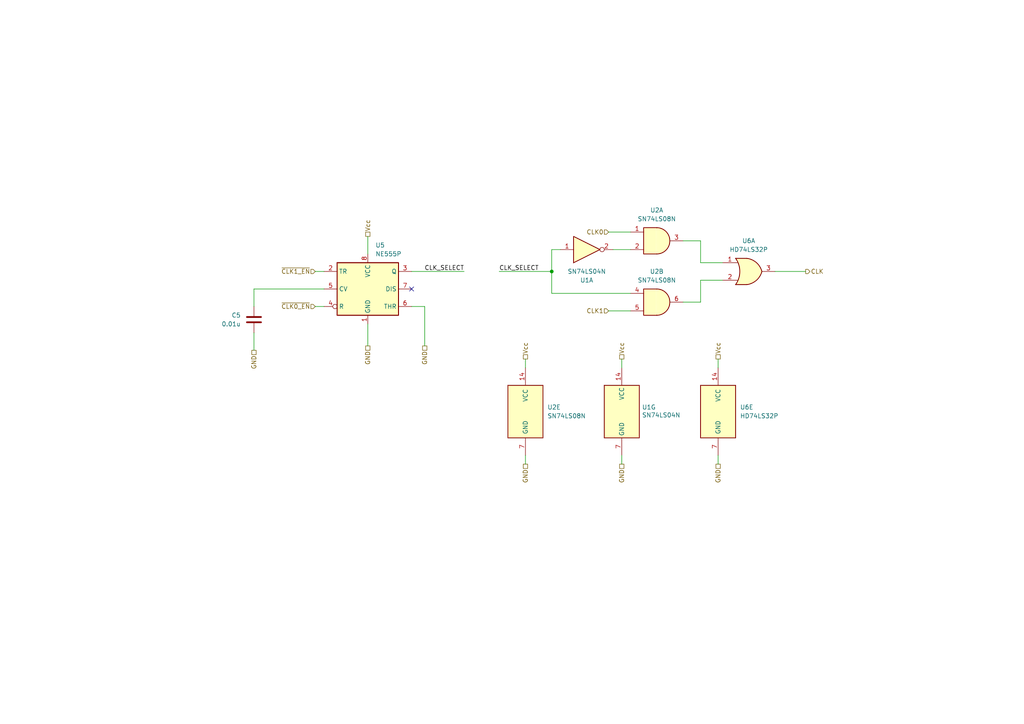
<source format=kicad_sch>
(kicad_sch (version 20231120) (generator "eeschema") (generator_version "8.0")
  (paper "A4")
  (title_block (title "${SHEETNAME}") (date "2024-06-04") (rev "v0.1") (company "BitBanged") (comment 1 "Inspired from Ben Eater's design.") (comment 2 "https://eater.net/8bit/clock"))
  (lib_symbols
    (symbol "74xx:74LS04"
      (property "Reference" "U" (at 0 1.27 0))
      (property "Value" "74LS04" (at 0 -1.27 0))
      (symbol "74LS04_1_0"
        (polyline (pts (xy -3.81 3.81) (xy -3.81 -3.81) (xy 3.81 0) (xy -3.81 3.81)) (stroke (width 0.254)) (fill (type background)))
        (pin input line (at -7.62 0 0) (length 3.81) (name "~") (number "1"))
        (pin output inverted (at 7.62 0 180) (length 3.81) (name "~") (number "2"))
      )
      (symbol "74LS04_2_0"
        (polyline (pts (xy -3.81 3.81) (xy -3.81 -3.81) (xy 3.81 0) (xy -3.81 3.81)) (stroke (width 0.254)) (fill (type background)))
        (pin input line (at -7.62 0 0) (length 3.81) (name "~") (number "3"))
        (pin output inverted (at 7.62 0 180) (length 3.81) (name "~") (number "4"))
      )
      (symbol "74LS04_3_0"
        (polyline (pts (xy -3.81 3.81) (xy -3.81 -3.81) (xy 3.81 0) (xy -3.81 3.81)) (stroke (width 0.254)) (fill (type background)))
        (pin input line (at -7.62 0 0) (length 3.81) (name "~") (number "5"))
        (pin output inverted (at 7.62 0 180) (length 3.81) (name "~") (number "6"))
      )
      (symbol "74LS04_4_0"
        (polyline (pts (xy -3.81 3.81) (xy -3.81 -3.81) (xy 3.81 0) (xy -3.81 3.81)) (stroke (width 0.254)) (fill (type background)))
        (pin output inverted (at 7.62 0 180) (length 3.81) (name "~") (number "8"))
        (pin input line (at -7.62 0 0) (length 3.81) (name "~") (number "9"))
      )
      (symbol "74LS04_5_0"
        (polyline (pts (xy -3.81 3.81) (xy -3.81 -3.81) (xy 3.81 0) (xy -3.81 3.81)) (stroke (width 0.254)) (fill (type background)))
        (pin output inverted (at 7.62 0 180) (length 3.81) (name "~") (number "10"))
        (pin input line (at -7.62 0 0) (length 3.81) (name "~") (number "11"))
      )
      (symbol "74LS04_6_0"
        (polyline (pts (xy -3.81 3.81) (xy -3.81 -3.81) (xy 3.81 0) (xy -3.81 3.81)) (stroke (width 0.254)) (fill (type background)))
        (pin output inverted (at 7.62 0 180) (length 3.81) (name "~") (number "12"))
        (pin input line (at -7.62 0 0) (length 3.81) (name "~") (number "13"))
      )
      (symbol "74LS04_7_0"
        (pin power_in line (at 0 12.7 270) (length 5.08) (name "VCC") (number "14"))
        (pin power_in line (at 0 -12.7 90) (length 5.08) (name "GND") (number "7"))
      )
      (symbol "74LS04_7_1"
        (rectangle (start -5.08 7.62) (end 5.08 -7.62) (stroke (width 0.254)) (fill (type background)))
      )
    )
    (symbol "74xx:74LS08" (pin_names (offset 1.016))
      (property "Reference" "U" (at 0 1.27 0))
      (property "Value" "74LS08" (at 0 -1.27 0))
      (symbol "74LS08_1_1"
        (arc (start 0 -3.81) (mid 3.7934 0) (end 0 3.81) (stroke (width 0.254)) (fill (type background)))
        (polyline (pts (xy 0 3.81) (xy -3.81 3.81) (xy -3.81 -3.81) (xy 0 -3.81)) (stroke (width 0.254)) (fill (type background)))
        (pin input line (at -7.62 2.54 0) (length 3.81) (name "~") (number "1"))
        (pin input line (at -7.62 -2.54 0) (length 3.81) (name "~") (number "2"))
        (pin output line (at 7.62 0 180) (length 3.81) (name "~") (number "3"))
      )
      (symbol "74LS08_1_2"
        (arc (start -3.81 -3.81) (mid -2.589 0) (end -3.81 3.81) (stroke (width 0.254)))
        (arc (start -0.6096 -3.81) (mid 2.1842 -2.5851) (end 3.81 0) (stroke (width 0.254)) (fill (type background)))
        (polyline (pts (xy -3.81 -3.81) (xy -0.635 -3.81)) (stroke (width 0.254)) (fill (type background)))
        (polyline (pts (xy -3.81 3.81) (xy -0.635 3.81)) (stroke (width 0.254)) (fill (type background)))
        (polyline (pts (xy -0.635 3.81) (xy -3.81 3.81) (xy -3.81 3.81) (xy -3.556 3.4036) (xy -3.0226 2.2606) (xy -2.6924 1.0414) (xy -2.6162 -0.254) (xy -2.7686 -1.4986) (xy -3.175 -2.7178) (xy -3.81 -3.81) (xy -3.81 -3.81) (xy -0.635 -3.81)) (stroke (width -25.4)) (fill (type background)))
        (arc (start 3.81 0) (mid 2.1915 2.5936) (end -0.6096 3.81) (stroke (width 0.254)) (fill (type background)))
        (pin input inverted (at -7.62 2.54 0) (length 4.318) (name "~") (number "1"))
        (pin input inverted (at -7.62 -2.54 0) (length 4.318) (name "~") (number "2"))
        (pin output inverted (at 7.62 0 180) (length 3.81) (name "~") (number "3"))
      )
      (symbol "74LS08_2_1"
        (arc (start 0 -3.81) (mid 3.7934 0) (end 0 3.81) (stroke (width 0.254)) (fill (type background)))
        (polyline (pts (xy 0 3.81) (xy -3.81 3.81) (xy -3.81 -3.81) (xy 0 -3.81)) (stroke (width 0.254)) (fill (type background)))
        (pin input line (at -7.62 2.54 0) (length 3.81) (name "~") (number "4"))
        (pin input line (at -7.62 -2.54 0) (length 3.81) (name "~") (number "5"))
        (pin output line (at 7.62 0 180) (length 3.81) (name "~") (number "6"))
      )
      (symbol "74LS08_2_2"
        (arc (start -3.81 -3.81) (mid -2.589 0) (end -3.81 3.81) (stroke (width 0.254)))
        (arc (start -0.6096 -3.81) (mid 2.1842 -2.5851) (end 3.81 0) (stroke (width 0.254)) (fill (type background)))
        (polyline (pts (xy -3.81 -3.81) (xy -0.635 -3.81)) (stroke (width 0.254)) (fill (type background)))
        (polyline (pts (xy -3.81 3.81) (xy -0.635 3.81)) (stroke (width 0.254)) (fill (type background)))
        (polyline (pts (xy -0.635 3.81) (xy -3.81 3.81) (xy -3.81 3.81) (xy -3.556 3.4036) (xy -3.0226 2.2606) (xy -2.6924 1.0414) (xy -2.6162 -0.254) (xy -2.7686 -1.4986) (xy -3.175 -2.7178) (xy -3.81 -3.81) (xy -3.81 -3.81) (xy -0.635 -3.81)) (stroke (width -25.4)) (fill (type background)))
        (arc (start 3.81 0) (mid 2.1915 2.5936) (end -0.6096 3.81) (stroke (width 0.254)) (fill (type background)))
        (pin input inverted (at -7.62 2.54 0) (length 4.318) (name "~") (number "4"))
        (pin input inverted (at -7.62 -2.54 0) (length 4.318) (name "~") (number "5"))
        (pin output inverted (at 7.62 0 180) (length 3.81) (name "~") (number "6"))
      )
      (symbol "74LS08_3_1"
        (arc (start 0 -3.81) (mid 3.7934 0) (end 0 3.81) (stroke (width 0.254)) (fill (type background)))
        (polyline (pts (xy 0 3.81) (xy -3.81 3.81) (xy -3.81 -3.81) (xy 0 -3.81)) (stroke (width 0.254)) (fill (type background)))
        (pin input line (at -7.62 -2.54 0) (length 3.81) (name "~") (number "10"))
        (pin output line (at 7.62 0 180) (length 3.81) (name "~") (number "8"))
        (pin input line (at -7.62 2.54 0) (length 3.81) (name "~") (number "9"))
      )
      (symbol "74LS08_3_2"
        (arc (start -3.81 -3.81) (mid -2.589 0) (end -3.81 3.81) (stroke (width 0.254)))
        (arc (start -0.6096 -3.81) (mid 2.1842 -2.5851) (end 3.81 0) (stroke (width 0.254)) (fill (type background)))
        (polyline (pts (xy -3.81 -3.81) (xy -0.635 -3.81)) (stroke (width 0.254)) (fill (type background)))
        (polyline (pts (xy -3.81 3.81) (xy -0.635 3.81)) (stroke (width 0.254)) (fill (type background)))
        (polyline (pts (xy -0.635 3.81) (xy -3.81 3.81) (xy -3.81 3.81) (xy -3.556 3.4036) (xy -3.0226 2.2606) (xy -2.6924 1.0414) (xy -2.6162 -0.254) (xy -2.7686 -1.4986) (xy -3.175 -2.7178) (xy -3.81 -3.81) (xy -3.81 -3.81) (xy -0.635 -3.81)) (stroke (width -25.4)) (fill (type background)))
        (arc (start 3.81 0) (mid 2.1915 2.5936) (end -0.6096 3.81) (stroke (width 0.254)) (fill (type background)))
        (pin input inverted (at -7.62 -2.54 0) (length 4.318) (name "~") (number "10"))
        (pin output inverted (at 7.62 0 180) (length 3.81) (name "~") (number "8"))
        (pin input inverted (at -7.62 2.54 0) (length 4.318) (name "~") (number "9"))
      )
      (symbol "74LS08_4_1"
        (arc (start 0 -3.81) (mid 3.7934 0) (end 0 3.81) (stroke (width 0.254)) (fill (type background)))
        (polyline (pts (xy 0 3.81) (xy -3.81 3.81) (xy -3.81 -3.81) (xy 0 -3.81)) (stroke (width 0.254)) (fill (type background)))
        (pin output line (at 7.62 0 180) (length 3.81) (name "~") (number "11"))
        (pin input line (at -7.62 2.54 0) (length 3.81) (name "~") (number "12"))
        (pin input line (at -7.62 -2.54 0) (length 3.81) (name "~") (number "13"))
      )
      (symbol "74LS08_4_2"
        (arc (start -3.81 -3.81) (mid -2.589 0) (end -3.81 3.81) (stroke (width 0.254)))
        (arc (start -0.6096 -3.81) (mid 2.1842 -2.5851) (end 3.81 0) (stroke (width 0.254)) (fill (type background)))
        (polyline (pts (xy -3.81 -3.81) (xy -0.635 -3.81)) (stroke (width 0.254)) (fill (type background)))
        (polyline (pts (xy -3.81 3.81) (xy -0.635 3.81)) (stroke (width 0.254)) (fill (type background)))
        (polyline (pts (xy -0.635 3.81) (xy -3.81 3.81) (xy -3.81 3.81) (xy -3.556 3.4036) (xy -3.0226 2.2606) (xy -2.6924 1.0414) (xy -2.6162 -0.254) (xy -2.7686 -1.4986) (xy -3.175 -2.7178) (xy -3.81 -3.81) (xy -3.81 -3.81) (xy -0.635 -3.81)) (stroke (width -25.4)) (fill (type background)))
        (arc (start 3.81 0) (mid 2.1915 2.5936) (end -0.6096 3.81) (stroke (width 0.254)) (fill (type background)))
        (pin output inverted (at 7.62 0 180) (length 3.81) (name "~") (number "11"))
        (pin input inverted (at -7.62 2.54 0) (length 4.318) (name "~") (number "12"))
        (pin input inverted (at -7.62 -2.54 0) (length 4.318) (name "~") (number "13"))
      )
      (symbol "74LS08_5_0"
        (pin power_in line (at 0 12.7 270) (length 5.08) (name "VCC") (number "14"))
        (pin power_in line (at 0 -12.7 90) (length 5.08) (name "GND") (number "7"))
      )
      (symbol "74LS08_5_1"
        (rectangle (start -5.08 7.62) (end 5.08 -7.62) (stroke (width 0.254)) (fill (type background)))
      )
    )
    (symbol "74xx:74LS32" (pin_names (offset 1.016))
      (property "Reference" "U" (at 0 1.27 0))
      (property "Value" "74LS32" (at 0 -1.27 0))
      (symbol "74LS32_1_1"
        (arc (start -3.81 -3.81) (mid -2.589 0) (end -3.81 3.81) (stroke (width 0.254)))
        (arc (start -0.6096 -3.81) (mid 2.1842 -2.5851) (end 3.81 0) (stroke (width 0.254)) (fill (type background)))
        (polyline (pts (xy -3.81 -3.81) (xy -0.635 -3.81)) (stroke (width 0.254)) (fill (type background)))
        (polyline (pts (xy -3.81 3.81) (xy -0.635 3.81)) (stroke (width 0.254)) (fill (type background)))
        (polyline (pts (xy -0.635 3.81) (xy -3.81 3.81) (xy -3.81 3.81) (xy -3.556 3.4036) (xy -3.0226 2.2606) (xy -2.6924 1.0414) (xy -2.6162 -0.254) (xy -2.7686 -1.4986) (xy -3.175 -2.7178) (xy -3.81 -3.81) (xy -3.81 -3.81) (xy -0.635 -3.81)) (stroke (width -25.4)) (fill (type background)))
        (arc (start 3.81 0) (mid 2.1915 2.5936) (end -0.6096 3.81) (stroke (width 0.254)) (fill (type background)))
        (pin input line (at -7.62 2.54 0) (length 4.318) (name "~") (number "1"))
        (pin input line (at -7.62 -2.54 0) (length 4.318) (name "~") (number "2"))
        (pin output line (at 7.62 0 180) (length 3.81) (name "~") (number "3"))
      )
      (symbol "74LS32_1_2"
        (arc (start 0 -3.81) (mid 3.7934 0) (end 0 3.81) (stroke (width 0.254)) (fill (type background)))
        (polyline (pts (xy 0 3.81) (xy -3.81 3.81) (xy -3.81 -3.81) (xy 0 -3.81)) (stroke (width 0.254)) (fill (type background)))
        (pin input inverted (at -7.62 2.54 0) (length 3.81) (name "~") (number "1"))
        (pin input inverted (at -7.62 -2.54 0) (length 3.81) (name "~") (number "2"))
        (pin output inverted (at 7.62 0 180) (length 3.81) (name "~") (number "3"))
      )
      (symbol "74LS32_2_1"
        (arc (start -3.81 -3.81) (mid -2.589 0) (end -3.81 3.81) (stroke (width 0.254)))
        (arc (start -0.6096 -3.81) (mid 2.1842 -2.5851) (end 3.81 0) (stroke (width 0.254)) (fill (type background)))
        (polyline (pts (xy -3.81 -3.81) (xy -0.635 -3.81)) (stroke (width 0.254)) (fill (type background)))
        (polyline (pts (xy -3.81 3.81) (xy -0.635 3.81)) (stroke (width 0.254)) (fill (type background)))
        (polyline (pts (xy -0.635 3.81) (xy -3.81 3.81) (xy -3.81 3.81) (xy -3.556 3.4036) (xy -3.0226 2.2606) (xy -2.6924 1.0414) (xy -2.6162 -0.254) (xy -2.7686 -1.4986) (xy -3.175 -2.7178) (xy -3.81 -3.81) (xy -3.81 -3.81) (xy -0.635 -3.81)) (stroke (width -25.4)) (fill (type background)))
        (arc (start 3.81 0) (mid 2.1915 2.5936) (end -0.6096 3.81) (stroke (width 0.254)) (fill (type background)))
        (pin input line (at -7.62 2.54 0) (length 4.318) (name "~") (number "4"))
        (pin input line (at -7.62 -2.54 0) (length 4.318) (name "~") (number "5"))
        (pin output line (at 7.62 0 180) (length 3.81) (name "~") (number "6"))
      )
      (symbol "74LS32_2_2"
        (arc (start 0 -3.81) (mid 3.7934 0) (end 0 3.81) (stroke (width 0.254)) (fill (type background)))
        (polyline (pts (xy 0 3.81) (xy -3.81 3.81) (xy -3.81 -3.81) (xy 0 -3.81)) (stroke (width 0.254)) (fill (type background)))
        (pin input inverted (at -7.62 2.54 0) (length 3.81) (name "~") (number "4"))
        (pin input inverted (at -7.62 -2.54 0) (length 3.81) (name "~") (number "5"))
        (pin output inverted (at 7.62 0 180) (length 3.81) (name "~") (number "6"))
      )
      (symbol "74LS32_3_1"
        (arc (start -3.81 -3.81) (mid -2.589 0) (end -3.81 3.81) (stroke (width 0.254)))
        (arc (start -0.6096 -3.81) (mid 2.1842 -2.5851) (end 3.81 0) (stroke (width 0.254)) (fill (type background)))
        (polyline (pts (xy -3.81 -3.81) (xy -0.635 -3.81)) (stroke (width 0.254)) (fill (type background)))
        (polyline (pts (xy -3.81 3.81) (xy -0.635 3.81)) (stroke (width 0.254)) (fill (type background)))
        (polyline (pts (xy -0.635 3.81) (xy -3.81 3.81) (xy -3.81 3.81) (xy -3.556 3.4036) (xy -3.0226 2.2606) (xy -2.6924 1.0414) (xy -2.6162 -0.254) (xy -2.7686 -1.4986) (xy -3.175 -2.7178) (xy -3.81 -3.81) (xy -3.81 -3.81) (xy -0.635 -3.81)) (stroke (width -25.4)) (fill (type background)))
        (arc (start 3.81 0) (mid 2.1915 2.5936) (end -0.6096 3.81) (stroke (width 0.254)) (fill (type background)))
        (pin input line (at -7.62 -2.54 0) (length 4.318) (name "~") (number "10"))
        (pin output line (at 7.62 0 180) (length 3.81) (name "~") (number "8"))
        (pin input line (at -7.62 2.54 0) (length 4.318) (name "~") (number "9"))
      )
      (symbol "74LS32_3_2"
        (arc (start 0 -3.81) (mid 3.7934 0) (end 0 3.81) (stroke (width 0.254)) (fill (type background)))
        (polyline (pts (xy 0 3.81) (xy -3.81 3.81) (xy -3.81 -3.81) (xy 0 -3.81)) (stroke (width 0.254)) (fill (type background)))
        (pin input inverted (at -7.62 -2.54 0) (length 3.81) (name "~") (number "10"))
        (pin output inverted (at 7.62 0 180) (length 3.81) (name "~") (number "8"))
        (pin input inverted (at -7.62 2.54 0) (length 3.81) (name "~") (number "9"))
      )
      (symbol "74LS32_4_1"
        (arc (start -3.81 -3.81) (mid -2.589 0) (end -3.81 3.81) (stroke (width 0.254)))
        (arc (start -0.6096 -3.81) (mid 2.1842 -2.5851) (end 3.81 0) (stroke (width 0.254)) (fill (type background)))
        (polyline (pts (xy -3.81 -3.81) (xy -0.635 -3.81)) (stroke (width 0.254)) (fill (type background)))
        (polyline (pts (xy -3.81 3.81) (xy -0.635 3.81)) (stroke (width 0.254)) (fill (type background)))
        (polyline (pts (xy -0.635 3.81) (xy -3.81 3.81) (xy -3.81 3.81) (xy -3.556 3.4036) (xy -3.0226 2.2606) (xy -2.6924 1.0414) (xy -2.6162 -0.254) (xy -2.7686 -1.4986) (xy -3.175 -2.7178) (xy -3.81 -3.81) (xy -3.81 -3.81) (xy -0.635 -3.81)) (stroke (width -25.4)) (fill (type background)))
        (arc (start 3.81 0) (mid 2.1915 2.5936) (end -0.6096 3.81) (stroke (width 0.254)) (fill (type background)))
        (pin output line (at 7.62 0 180) (length 3.81) (name "~") (number "11"))
        (pin input line (at -7.62 2.54 0) (length 4.318) (name "~") (number "12"))
        (pin input line (at -7.62 -2.54 0) (length 4.318) (name "~") (number "13"))
      )
      (symbol "74LS32_4_2"
        (arc (start 0 -3.81) (mid 3.7934 0) (end 0 3.81) (stroke (width 0.254)) (fill (type background)))
        (polyline (pts (xy 0 3.81) (xy -3.81 3.81) (xy -3.81 -3.81) (xy 0 -3.81)) (stroke (width 0.254)) (fill (type background)))
        (pin output inverted (at 7.62 0 180) (length 3.81) (name "~") (number "11"))
        (pin input inverted (at -7.62 2.54 0) (length 3.81) (name "~") (number "12"))
        (pin input inverted (at -7.62 -2.54 0) (length 3.81) (name "~") (number "13"))
      )
      (symbol "74LS32_5_0"
        (pin power_in line (at 0 12.7 270) (length 5.08) (name "VCC") (number "14"))
        (pin power_in line (at 0 -12.7 90) (length 5.08) (name "GND") (number "7"))
      )
      (symbol "74LS32_5_1"
        (rectangle (start -5.08 7.62) (end 5.08 -7.62) (stroke (width 0.254)) (fill (type background)))
      )
    )
    (symbol "Device:C" (pin_numbers hide) (pin_names (offset 0.254))
      (property "Reference" "C" (at 0.635 2.54 0))
      (property "Value" "C" (at 0.635 -2.54 0))
      (symbol "C_0_1"
        (polyline (pts (xy -2.032 -0.762) (xy 2.032 -0.762)) (stroke (width 0.508)))
        (polyline (pts (xy -2.032 0.762) (xy 2.032 0.762)) (stroke (width 0.508)))
      )
      (symbol "C_1_1"
        (pin passive line (at 0 3.81 270) (length 2.794) (name "~") (number "1"))
        (pin passive line (at 0 -3.81 90) (length 2.794) (name "~") (number "2"))
      )
    )
    (symbol "Timer:NE555P"
      (property "Reference" "U" (at -10.16 8.89 0))
      (property "Value" "NE555P" (at 2.54 8.89 0))
      (symbol "NE555P_0_0"
        (pin power_in line (at 0 -10.16 90) (length 2.54) (name "GND") (number "1"))
        (pin power_in line (at 0 10.16 270) (length 2.54) (name "VCC") (number "8"))
      )
      (symbol "NE555P_0_1"
        (rectangle (start -8.89 -7.62) (end 8.89 7.62) (stroke (width 0.254)) (fill (type background)))
        (rectangle (start -8.89 -7.62) (end 8.89 7.62) (stroke (width 0.254)) (fill (type background)))
      )
      (symbol "NE555P_1_1"
        (pin input line (at -12.7 5.08 0) (length 3.81) (name "TR") (number "2"))
        (pin output line (at 12.7 5.08 180) (length 3.81) (name "Q") (number "3"))
        (pin input inverted (at -12.7 -5.08 0) (length 3.81) (name "R") (number "4"))
        (pin input line (at -12.7 0 0) (length 3.81) (name "CV") (number "5"))
        (pin input line (at 12.7 -5.08 180) (length 3.81) (name "THR") (number "6"))
        (pin input line (at 12.7 0 180) (length 3.81) (name "DIS") (number "7"))
      )
    )
  )
  (junction (at 160.02 78.74))
  (no_connect (at 119.38 83.82))
  (wire (pts (xy 73.66 96.52) (xy 73.66 101.6)))
  (wire (pts (xy 180.34 132.08) (xy 180.34 134.62)))
  (wire (pts (xy 91.44 88.9) (xy 93.98 88.9)))
  (wire (pts (xy 198.12 87.63) (xy 203.2 87.63)))
  (wire (pts (xy 144.78 78.74) (xy 160.02 78.74)))
  (wire (pts (xy 91.44 78.74) (xy 93.98 78.74)))
  (wire (pts (xy 208.28 104.14) (xy 208.28 106.68)))
  (wire (pts (xy 177.8 72.39) (xy 182.88 72.39)))
  (wire (pts (xy 203.2 69.85) (xy 203.2 76.2)))
  (wire (pts (xy 106.68 68.58) (xy 106.68 73.66)))
  (wire (pts (xy 203.2 87.63) (xy 203.2 81.28)))
  (wire (pts (xy 119.38 88.9) (xy 123.19 88.9)))
  (wire (pts (xy 224.79 78.74) (xy 233.68 78.74)))
  (wire (pts (xy 176.53 90.17) (xy 182.88 90.17)))
  (wire (pts (xy 160.02 72.39) (xy 162.56 72.39)))
  (wire (pts (xy 208.28 132.08) (xy 208.28 134.62)))
  (wire (pts (xy 160.02 78.74) (xy 160.02 85.09)))
  (wire (pts (xy 123.19 88.9) (xy 123.19 100.33)))
  (wire (pts (xy 176.53 67.31) (xy 182.88 67.31)))
  (wire (pts (xy 93.98 83.82) (xy 73.66 83.82)))
  (wire (pts (xy 198.12 69.85) (xy 203.2 69.85)))
  (wire (pts (xy 119.38 78.74) (xy 134.62 78.74)))
  (wire (pts (xy 106.68 93.98) (xy 106.68 100.33)))
  (wire (pts (xy 180.34 104.14) (xy 180.34 106.68)))
  (wire (pts (xy 160.02 85.09) (xy 182.88 85.09)))
  (wire (pts (xy 152.4 104.14) (xy 152.4 106.68)))
  (wire (pts (xy 152.4 132.08) (xy 152.4 134.62)))
  (wire (pts (xy 203.2 76.2) (xy 209.55 76.2)))
  (wire (pts (xy 160.02 72.39) (xy 160.02 78.74)))
  (wire (pts (xy 203.2 81.28) (xy 209.55 81.28)))
  (wire (pts (xy 73.66 83.82) (xy 73.66 88.9)))
  (label "CLK_SELECT" (at 134.62 78.74 180))
  (label "CLK_SELECT" (at 144.78 78.74 0))
  (hierarchical_label "CLK" (shape output) (at 233.68 78.74 0))
  (hierarchical_label "~{CLK1_EN}" (shape input) (at 91.44 78.74 180))
  (hierarchical_label "~{CLK0_EN}" (shape input) (at 91.44 88.9 180))
  (hierarchical_label "GND" (shape passive) (at 152.4 134.62 270))
  (hierarchical_label "GND" (shape passive) (at 106.68 100.33 270))
  (hierarchical_label "Vcc" (shape passive) (at 152.4 104.14 90))
  (hierarchical_label "Vcc" (shape passive) (at 208.28 104.14 90))
  (hierarchical_label "Vcc" (shape passive) (at 106.68 68.58 90))
  (hierarchical_label "CLK0" (shape input) (at 176.53 67.31 180))
  (hierarchical_label "Vcc" (shape passive) (at 180.34 104.14 90))
  (hierarchical_label "GND" (shape passive) (at 73.66 101.6 270))
  (hierarchical_label "GND" (shape passive) (at 208.28 134.62 270))
  (hierarchical_label "GND" (shape passive) (at 123.19 100.33 270))
  (hierarchical_label "GND" (shape passive) (at 180.34 134.62 270))
  (hierarchical_label "CLK1" (shape input) (at 176.53 90.17 180))
  (symbol (lib_id "Timer:NE555P") (at 106.68 83.82 0) (unit 1)
    (property "Reference" "U5" (at 108.8741 71.12 0) (effects (justify left)))
    (property "Value" "NE555P" (at 108.8741 73.66 0) (effects (justify left)))
    (property "Footprint" "Package_DIP:DIP-8_W7.62mm" (effects (hide yes)))
    (property "Datasheet" "http://www.ti.com/lit/ds/symlink/ne555.pdf" (effects (hide yes)))
    (property "Description" "Precision Timers, 555 compatible,  PDIP-8" (effects (hide yes)))
    (property "Sim.Library" "models/main.lib" (effects (hide yes)))
    (property "Sim.Name" "NE555" (effects (hide yes)))
    (property "Sim.Device" "SUBCKT" (effects (hide yes)))
    (property "Sim.Pins" "1=1 2=2 3=3 4=4 5=5 6=6 7=7 8=8" (effects (hide yes)))
  )
  (symbol (lib_id "74xx:74LS08") (at 190.5 69.85 0) (unit 1)
    (property "Reference" "U2" (at 190.4917 60.96 0))
    (property "Value" "SN74LS08N" (at 190.4917 63.5 0))
    (property "Datasheet" "http://www.ti.com/lit/gpn/sn74LS08" (effects (hide yes)))
    (property "Description" "Quad And2" (effects (hide yes)))
    (property "Sim.Library" "models/main.lib" (effects (hide yes)))
    (property "Sim.Name" "74LS08N" (effects (hide yes)))
    (property "Sim.Device" "SUBCKT" (effects (hide yes)))
    (property "Sim.Pins" "1=1 2=2 3=3 4=4 5=5 6=6 7=7 8=8 9=9 10=10 11=11 12=12 13=13 14=14" (effects (hide yes)))
  )
  (symbol (lib_id "74xx:74LS04") (at 170.18 72.39 0) (mirror x) (unit 1)
    (property "Reference" "U1" (at 170.18 81.28 0))
    (property "Value" "SN74LS04N" (at 170.18 78.74 0))
    (property "Datasheet" "http://www.ti.com/lit/gpn/sn74LS04" (effects (hide yes)))
    (property "Description" "Hex Inverter" (effects (hide yes)))
    (property "Sim.Library" "models/main.lib" (effects (hide yes)))
    (property "Sim.Name" "74LS04N" (effects (hide yes)))
    (property "Sim.Device" "SUBCKT" (effects (hide yes)))
    (property "Sim.Pins" "1=1 2=2 3=3 4=4 5=5 6=6 7=7 8=8 9=9 10=10 11=11 12=12 13=13 14=14" (effects (hide yes)))
  )
  (symbol (lib_id "74xx:74LS04") (at 180.34 119.38 0) (unit 7)
    (property "Reference" "U1" (at 188.214 118.11 0))
    (property "Value" "SN74LS04N" (at 191.77 120.396 0))
    (property "Datasheet" "http://www.ti.com/lit/gpn/sn74LS04" (effects (hide yes)))
    (property "Description" "Hex Inverter" (effects (hide yes)))
    (property "Sim.Library" "models/main.lib" (effects (hide yes)))
    (property "Sim.Name" "74LS04N" (effects (hide yes)))
    (property "Sim.Device" "SUBCKT" (effects (hide yes)))
    (property "Sim.Pins" "1=1 2=2 3=3 4=4 5=5 6=6 7=7 8=8 9=9 10=10 11=11 12=12 13=13 14=14" (effects (hide yes)))
  )
  (symbol (lib_id "74xx:74LS08") (at 152.4 119.38 0) (unit 5)
    (property "Reference" "U2" (at 158.75 118.1099 0) (effects (justify left)))
    (property "Value" "SN74LS08N" (at 158.75 120.6499 0) (effects (justify left)))
    (property "Datasheet" "http://www.ti.com/lit/gpn/sn74LS08" (effects (hide yes)))
    (property "Description" "Quad And2" (effects (hide yes)))
    (property "Sim.Library" "models/main.lib" (effects (hide yes)))
    (property "Sim.Name" "74LS08N" (effects (hide yes)))
    (property "Sim.Device" "SUBCKT" (effects (hide yes)))
    (property "Sim.Pins" "1=1 2=2 3=3 4=4 5=5 6=6 7=7 8=8 9=9 10=10 11=11 12=12 13=13 14=14" (effects (hide yes)))
  )
  (symbol (lib_id "74xx:74LS32") (at 208.28 119.38 0) (unit 5)
    (property "Reference" "U6" (at 214.63 118.1099 0) (effects (justify left)))
    (property "Value" "HD74LS32P" (at 214.63 120.6499 0) (effects (justify left)))
    (property "Datasheet" "http://www.ti.com/lit/gpn/sn74LS32" (effects (hide yes)))
    (property "Description" "Quad 2-input OR" (effects (hide yes)))
    (property "Sim.Library" "models/main.lib" (effects (hide yes)))
    (property "Sim.Name" "74LS32N" (effects (hide yes)))
    (property "Sim.Device" "SUBCKT" (effects (hide yes)))
    (property "Sim.Pins" "1=1 2=2 3=3 4=4 5=5 6=6 7=7 8=8 9=9 10=10 11=11 12=12 13=13 14=14" (effects (hide yes)))
  )
  (symbol (lib_id "74xx:74LS08") (at 190.5 87.63 0) (unit 2)
    (property "Reference" "U2" (at 190.4917 78.74 0))
    (property "Value" "SN74LS08N" (at 190.4917 81.28 0))
    (property "Datasheet" "http://www.ti.com/lit/gpn/sn74LS08" (effects (hide yes)))
    (property "Description" "Quad And2" (effects (hide yes)))
    (property "Sim.Library" "models/main.lib" (effects (hide yes)))
    (property "Sim.Name" "74LS08N" (effects (hide yes)))
    (property "Sim.Device" "SUBCKT" (effects (hide yes)))
    (property "Sim.Pins" "1=1 2=2 3=3 4=4 5=5 6=6 7=7 8=8 9=9 10=10 11=11 12=12 13=13 14=14" (effects (hide yes)))
  )
  (symbol (lib_id "Device:C") (at 73.66 92.71 0) (mirror y) (unit 1)
    (property "Reference" "C5" (at 69.85 91.4399 0) (effects (justify left)))
    (property "Value" "0.01u" (at 69.85 93.9799 0) (effects (justify left)))
    (property "Description" "Unpolarized capacitor" (effects (hide yes)))
    (property "Sim.Device" "C" (effects (hide yes)))
    (property "Sim.Pins" "1=+ 2=-" (effects (hide yes)))
  )
  (symbol (lib_id "74xx:74LS32") (at 217.17 78.74 0) (unit 1)
    (property "Reference" "U6" (at 217.17 69.85 0))
    (property "Value" "HD74LS32P" (at 217.17 72.39 0))
    (property "Datasheet" "http://www.ti.com/lit/gpn/sn74LS32" (effects (hide yes)))
    (property "Description" "Quad 2-input OR" (effects (hide yes)))
    (property "Sim.Library" "models/main.lib" (effects (hide yes)))
    (property "Sim.Name" "74LS32N" (effects (hide yes)))
    (property "Sim.Device" "SUBCKT" (effects (hide yes)))
    (property "Sim.Pins" "1=1 2=2 3=3 4=4 5=5 6=6 7=7 8=8 9=9 10=10 11=11 12=12 13=13 14=14" (effects (hide yes)))
  )
)
</source>
